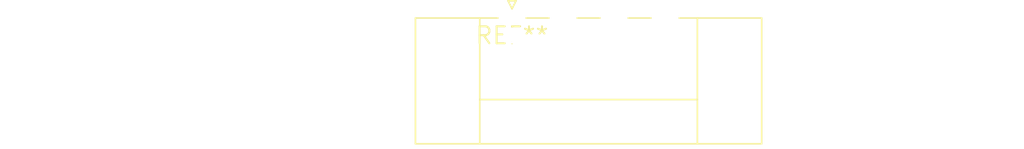
<source format=kicad_pcb>
(kicad_pcb (version 20240108) (generator pcbnew)
  (layers (0 "F.Cu" signal) (31 "B.Cu" signal) (34 "B.Paste" user) (35 "F.Paste" user) (36 "B.SilkS" user "B.Silkscreen") (37 "F.SilkS" user "F.Silkscreen") (38 "B.Mask" user) (39 "F.Mask" user) (44 "Edge.Cuts" user))
  (net 0 "")
  (footprint "PhoenixContact_MC_1,5_4-GF-3.81_1x04_P3.81mm_Horizontal_ThreadedFlange" (layer "F.Cu") (at 0 0)
    (property "Reference" "REF**")
    (property "Value" "PhoenixContact_MC_1,5_4-GF-3.81_1x04_P3.81mm_Horizontal_ThreadedFlange")
    (fp_line (start -7.21 -1.31) (end -7.21 8.11) (layer "F.SilkS") (stroke (width 0.12)))
    (fp_line (start -7.21 -1.31) (end -1.05 -1.31) (layer "F.SilkS") (stroke (width 0.12)))
    (fp_line (start -7.21 8.11) (end 18.64 8.11) (layer "F.SilkS") (stroke (width 0.12)))
    (fp_line (start -2.41 -1.31) (end -2.41 8.11) (layer "F.SilkS") (stroke (width 0.12)))
    (fp_line (start -2.41 4.8) (end 13.84 4.8) (layer "F.SilkS") (stroke (width 0.12)))
    (fp_line (start -0.3 -2.6) (end 0.3 -2.6) (layer "F.SilkS") (stroke (width 0.12)))
    (fp_line (start 0 -2) (end -0.3 -2.6) (layer "F.SilkS") (stroke (width 0.12)))
    (fp_line (start 0.3 -2.6) (end 0 -2) (layer "F.SilkS") (stroke (width 0.12)))
    (fp_line (start 1.05 -1.31) (end 2.76 -1.31) (layer "F.SilkS") (stroke (width 0.12)))
    (fp_line (start 4.86 -1.31) (end 6.57 -1.31) (layer "F.SilkS") (stroke (width 0.12)))
    (fp_line (start 8.67 -1.31) (end 10.38 -1.31) (layer "F.SilkS") (stroke (width 0.12)))
    (fp_line (start 13.84 -1.31) (end 13.84 8.11) (layer "F.SilkS") (stroke (width 0.12)))
    (fp_line (start 18.64 -1.31) (end 12.48 -1.31) (layer "F.SilkS") (stroke (width 0.12)))
    (fp_line (start 18.64 8.11) (end 18.64 -1.31) (layer "F.SilkS") (stroke (width 0.12)))
    (pad "1" thru_hole roundrect (at 0 0) (size 1.8 3.6) (drill 1.2) (layers *.Cu *.Mask) (remove_unused_layers) (roundrect_rratio 0.138889))
    (pad "2" thru_hole oval (at 3.81 0) (size 1.8 3.6) (drill 1.2) (layers *.Cu *.Mask) (remove_unused_layers))
    (pad "3" thru_hole oval (at 7.62 0) (size 1.8 3.6) (drill 1.2) (layers *.Cu *.Mask) (remove_unused_layers))
    (pad "4" thru_hole oval (at 11.43 0) (size 1.8 3.6) (drill 1.2) (layers *.Cu *.Mask) (remove_unused_layers))
  )
)
</source>
